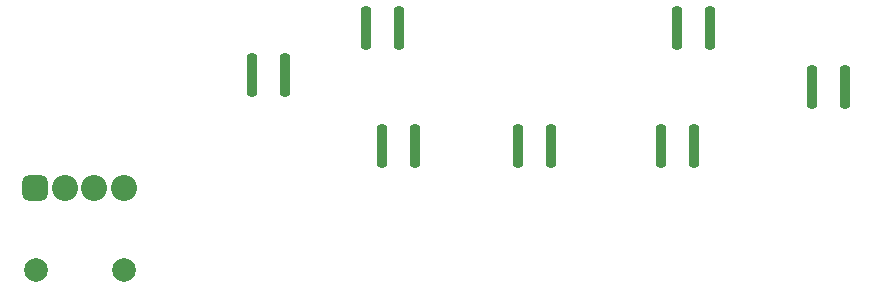
<source format=gbs>
G04*
G04 #@! TF.GenerationSoftware,Altium Limited,Altium Designer,22.11.1 (43)*
G04*
G04 Layer_Color=16711935*
%FSLAX44Y44*%
%MOMM*%
G71*
G04*
G04 #@! TF.SameCoordinates,022B600F-6A39-489C-B13A-5D3FAA6F7639*
G04*
G04*
G04 #@! TF.FilePolarity,Negative*
G04*
G01*
G75*
G04:AMPARAMS|DCode=12|XSize=0.8532mm|YSize=3.6532mm|CornerRadius=0.2641mm|HoleSize=0mm|Usage=FLASHONLY|Rotation=0.000|XOffset=0mm|YOffset=0mm|HoleType=Round|Shape=RoundedRectangle|*
%AMROUNDEDRECTD12*
21,1,0.8532,3.1250,0,0,0.0*
21,1,0.3250,3.6532,0,0,0.0*
1,1,0.5282,0.1625,-1.5625*
1,1,0.5282,-0.1625,-1.5625*
1,1,0.5282,-0.1625,1.5625*
1,1,0.5282,0.1625,1.5625*
%
%ADD12ROUNDEDRECTD12*%
%ADD13C,2.2032*%
G04:AMPARAMS|DCode=14|XSize=2.2032mm|YSize=2.2032mm|CornerRadius=0.6016mm|HoleSize=0mm|Usage=FLASHONLY|Rotation=180.000|XOffset=0mm|YOffset=0mm|HoleType=Round|Shape=RoundedRectangle|*
%AMROUNDEDRECTD14*
21,1,2.2032,1.0000,0,0,180.0*
21,1,1.0000,2.2032,0,0,180.0*
1,1,1.2032,-0.5000,0.5000*
1,1,1.2032,0.5000,0.5000*
1,1,1.2032,0.5000,-0.5000*
1,1,1.2032,-0.5000,-0.5000*
%
%ADD14ROUNDEDRECTD14*%
%ADD15C,2.0032*%
D12*
X647060Y400000D02*
D03*
X675000D02*
D03*
X526030D02*
D03*
X553970D02*
D03*
X411030D02*
D03*
X438970D02*
D03*
X775000Y450000D02*
D03*
X802940D02*
D03*
X328970Y460000D02*
D03*
X301030D02*
D03*
X661030Y500000D02*
D03*
X688970D02*
D03*
X397060D02*
D03*
X425000D02*
D03*
D13*
X167500Y364925D02*
D03*
X142500D02*
D03*
X192500D02*
D03*
D14*
X117500D02*
D03*
D15*
X117570Y295075D02*
D03*
X192500D02*
D03*
M02*

</source>
